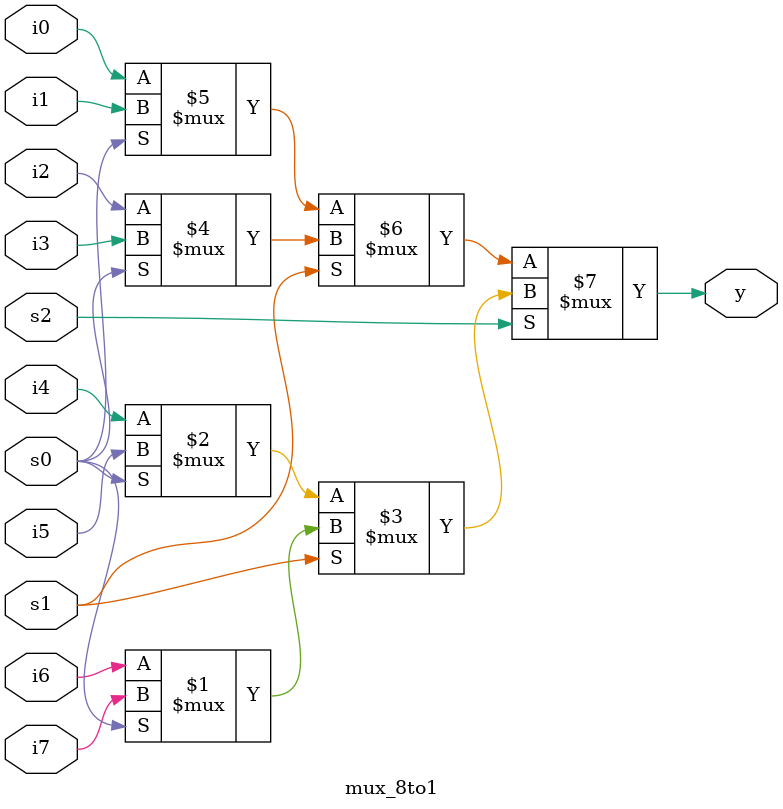
<source format=v>
module mux_8to1(s2,s1,s0,i0,i1,i2,i3,i4,i5,i6,i7,y);

input s0,s1,s2,i0,i1,i2,i3,i4,i5,i6,i7;
output y;

assign y =  s2 ? (s1?s0?i7:i6:s0?i5:i4) : (s1?s0?i3:i2:s0?i1:i0);

endmodule 
</source>
